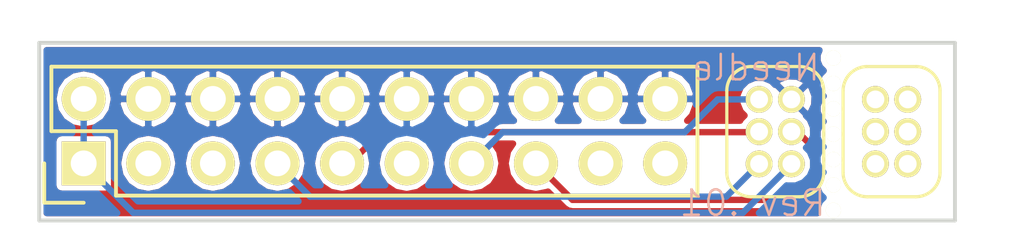
<source format=kicad_pcb>
(kicad_pcb (version 4) (host pcbnew 4.0.0-stable)

  (general
    (links 15)
    (no_connects 0)
    (area 93.924999 91.924999 122.075001 108.075001)
    (thickness 1.6)
    (drawings 6)
    (tracks 23)
    (zones 0)
    (modules 10)
    (nets 12)
  )

  (page A4)
  (layers
    (0 F.Cu signal)
    (31 B.Cu signal)
    (32 B.Adhes user)
    (33 F.Adhes user)
    (34 B.Paste user)
    (35 F.Paste user)
    (36 B.SilkS user)
    (37 F.SilkS user)
    (38 B.Mask user)
    (39 F.Mask user)
    (40 Dwgs.User user)
    (41 Cmts.User user)
    (42 Eco1.User user)
    (43 Eco2.User user)
    (44 Edge.Cuts user)
    (45 Margin user)
    (46 B.CrtYd user)
    (47 F.CrtYd user)
    (48 B.Fab user)
    (49 F.Fab user)
  )

  (setup
    (last_trace_width 0.25)
    (trace_clearance 0.2)
    (zone_clearance 0.09144)
    (zone_45_only yes)
    (trace_min 0.2)
    (segment_width 0.15)
    (edge_width 0.15)
    (via_size 0.6)
    (via_drill 0.4)
    (via_min_size 0.4)
    (via_min_drill 0.3)
    (uvia_size 0.3)
    (uvia_drill 0.1)
    (uvias_allowed no)
    (uvia_min_size 0.2)
    (uvia_min_drill 0.1)
    (pcb_text_width 0.3)
    (pcb_text_size 1.5 1.5)
    (mod_edge_width 0.15)
    (mod_text_size 1 1)
    (mod_text_width 0.15)
    (pad_size 0.6 0.6)
    (pad_drill 0.6)
    (pad_to_mask_clearance 0.2)
    (aux_axis_origin 94 108)
    (visible_elements FFFFFF7F)
    (pcbplotparams
      (layerselection 0x00030_80000001)
      (usegerberextensions false)
      (excludeedgelayer true)
      (linewidth 0.100000)
      (plotframeref false)
      (viasonmask false)
      (mode 1)
      (useauxorigin false)
      (hpglpennumber 1)
      (hpglpenspeed 20)
      (hpglpendiameter 15)
      (hpglpenoverlay 2)
      (psnegative false)
      (psa4output false)
      (plotreference true)
      (plotvalue true)
      (plotinvisibletext false)
      (padsonsilk false)
      (subtractmaskfromsilk false)
      (outputformat 1)
      (mirror false)
      (drillshape 1)
      (scaleselection 1)
      (outputdirectory ""))
  )

  (net 0 "")
  (net 1 VTREF)
  (net 2 SWDIO)
  (net 3 "#RESET")
  (net 4 SWCLK)
  (net 5 GND)
  (net 6 SWO)
  (net 7 "Net-(CON2-Pad3)")
  (net 8 "Net-(CON2-Pad5)")
  (net 9 "Net-(CON2-Pad11)")
  (net 10 "Net-(CON2-Pad17)")
  (net 11 "Net-(CON2-Pad19)")

  (net_class Default "This is the default net class."
    (clearance 0.2)
    (trace_width 0.25)
    (via_dia 0.6)
    (via_drill 0.4)
    (uvia_dia 0.3)
    (uvia_drill 0.1)
    (add_net "#RESET")
    (add_net GND)
    (add_net "Net-(CON2-Pad11)")
    (add_net "Net-(CON2-Pad17)")
    (add_net "Net-(CON2-Pad19)")
    (add_net "Net-(CON2-Pad3)")
    (add_net "Net-(CON2-Pad5)")
    (add_net SWCLK)
    (add_net SWDIO)
    (add_net SWO)
    (add_net VTREF)
  )

  (module Programmer:hole-.6mm (layer F.Cu) (tedit 5680819F) (tstamp 56808245)
    (at 125.222 107.6)
    (fp_text reference REF**71 (at 0 1.524) (layer F.SilkS) hide
      (effects (font (size 1 1) (thickness 0.15)))
    )
    (fp_text value hole-.6mm (at 0 -1.524) (layer F.Fab) hide
      (effects (font (size 1 1) (thickness 0.15)))
    )
    (pad "" np_thru_hole circle (at 0 0) (size 0.6 0.6) (drill 0.6) (layers *.Cu *.Mask F.SilkS))
  )

  (module Programmer:hole-.6mm (layer F.Cu) (tedit 5680819F) (tstamp 56808241)
    (at 125.222 106.6)
    (fp_text reference REF**61 (at 0 1.524) (layer F.SilkS) hide
      (effects (font (size 1 1) (thickness 0.15)))
    )
    (fp_text value hole-.6mm (at 0 -1.524) (layer F.Fab) hide
      (effects (font (size 1 1) (thickness 0.15)))
    )
    (pad "" np_thru_hole circle (at 0 0) (size 0.6 0.6) (drill 0.6) (layers *.Cu *.Mask F.SilkS))
  )

  (module Programmer:hole-.6mm (layer F.Cu) (tedit 5680819F) (tstamp 5680823D)
    (at 125.222 105.6)
    (fp_text reference REF**51 (at 0 1.524) (layer F.SilkS) hide
      (effects (font (size 1 1) (thickness 0.15)))
    )
    (fp_text value hole-.6mm (at 0 -1.524) (layer F.Fab) hide
      (effects (font (size 1 1) (thickness 0.15)))
    )
    (pad "" np_thru_hole circle (at 0 0) (size 0.6 0.6) (drill 0.6) (layers *.Cu *.Mask F.SilkS))
  )

  (module Programmer:hole-.6mm (layer F.Cu) (tedit 5680819F) (tstamp 56808239)
    (at 125.222 104.6)
    (fp_text reference REF**41 (at 0 1.524) (layer F.SilkS) hide
      (effects (font (size 1 1) (thickness 0.15)))
    )
    (fp_text value hole-.6mm (at 0 -1.524) (layer F.Fab) hide
      (effects (font (size 1 1) (thickness 0.15)))
    )
    (pad "" np_thru_hole circle (at 0 0) (size 0.6 0.6) (drill 0.6) (layers *.Cu *.Mask F.SilkS))
  )

  (module Programmer:hole-.6mm (layer F.Cu) (tedit 5680819F) (tstamp 56808235)
    (at 125.222 103.6)
    (fp_text reference REF**31 (at 0 1.524) (layer F.SilkS) hide
      (effects (font (size 1 1) (thickness 0.15)))
    )
    (fp_text value hole-.6mm (at 0 -1.524) (layer F.Fab) hide
      (effects (font (size 1 1) (thickness 0.15)))
    )
    (pad "" np_thru_hole circle (at 0 0) (size 0.6 0.6) (drill 0.6) (layers *.Cu *.Mask F.SilkS))
  )

  (module Programmer:hole-.6mm (layer F.Cu) (tedit 5680819F) (tstamp 56808231)
    (at 125.222 102.6)
    (fp_text reference REF**21 (at 0 1.524) (layer F.SilkS) hide
      (effects (font (size 1 1) (thickness 0.15)))
    )
    (fp_text value hole-.6mm (at 0 -1.524) (layer F.Fab) hide
      (effects (font (size 1 1) (thickness 0.15)))
    )
    (pad "" np_thru_hole circle (at 0 0) (size 0.6 0.6) (drill 0.6) (layers *.Cu *.Mask F.SilkS))
  )

  (module Pin_Headers:Pin_Header_Straight_2x10 (layer F.Cu) (tedit 56808E81) (tstamp 567F5417)
    (at 95.746 105.75 90)
    (descr "Through hole pin header")
    (tags "pin header")
    (path /567EEC3B)
    (fp_text reference CON2 (at 0 -5.1 90) (layer F.SilkS) hide
      (effects (font (size 1 1) (thickness 0.15)))
    )
    (fp_text value ARM-JTAG-20 (at 0 -3.1 90) (layer F.Fab) hide
      (effects (font (size 1 1) (thickness 0.15)))
    )
    (fp_line (start -1.75 -1.75) (end -1.75 24.65) (layer F.CrtYd) (width 0.05))
    (fp_line (start 4.3 -1.75) (end 4.3 24.65) (layer F.CrtYd) (width 0.05))
    (fp_line (start -1.75 -1.75) (end 4.3 -1.75) (layer F.CrtYd) (width 0.05))
    (fp_line (start -1.75 24.65) (end 4.3 24.65) (layer F.CrtYd) (width 0.05))
    (fp_line (start 3.81 24.13) (end 3.81 -1.27) (layer F.SilkS) (width 0.15))
    (fp_line (start -1.27 1.27) (end -1.27 24.13) (layer F.SilkS) (width 0.15))
    (fp_line (start 3.81 24.13) (end -1.27 24.13) (layer F.SilkS) (width 0.15))
    (fp_line (start 3.81 -1.27) (end 1.27 -1.27) (layer F.SilkS) (width 0.15))
    (fp_line (start 0 -1.55) (end -1.55 -1.55) (layer F.SilkS) (width 0.15))
    (fp_line (start 1.27 -1.27) (end 1.27 1.27) (layer F.SilkS) (width 0.15))
    (fp_line (start 1.27 1.27) (end -1.27 1.27) (layer F.SilkS) (width 0.15))
    (fp_line (start -1.55 -1.55) (end -1.55 0) (layer F.SilkS) (width 0.15))
    (pad 1 thru_hole rect (at 0 0 90) (size 1.7272 1.7272) (drill 1.016) (layers *.Cu *.Mask F.SilkS)
      (net 1 VTREF))
    (pad 2 thru_hole oval (at 2.54 0 90) (size 1.7272 1.7272) (drill 1.016) (layers *.Cu *.Mask F.SilkS)
      (net 1 VTREF))
    (pad 3 thru_hole oval (at 0 2.54 90) (size 1.7272 1.7272) (drill 1.016) (layers *.Cu *.Mask F.SilkS)
      (net 7 "Net-(CON2-Pad3)"))
    (pad 4 thru_hole oval (at 2.54 2.54 90) (size 1.7272 1.7272) (drill 1.016) (layers *.Cu *.Mask F.SilkS)
      (net 5 GND))
    (pad 5 thru_hole oval (at 0 5.08 90) (size 1.7272 1.7272) (drill 1.016) (layers *.Cu *.Mask F.SilkS)
      (net 8 "Net-(CON2-Pad5)"))
    (pad 6 thru_hole oval (at 2.54 5.08 90) (size 1.7272 1.7272) (drill 1.016) (layers *.Cu *.Mask F.SilkS)
      (net 5 GND))
    (pad 7 thru_hole oval (at 0 7.62 90) (size 1.7272 1.7272) (drill 1.016) (layers *.Cu *.Mask F.SilkS)
      (net 2 SWDIO))
    (pad 8 thru_hole oval (at 2.54 7.62 90) (size 1.7272 1.7272) (drill 1.016) (layers *.Cu *.Mask F.SilkS)
      (net 5 GND))
    (pad 9 thru_hole oval (at 0 10.16 90) (size 1.7272 1.7272) (drill 1.016) (layers *.Cu *.Mask F.SilkS)
      (net 4 SWCLK))
    (pad 10 thru_hole oval (at 2.54 10.16 90) (size 1.7272 1.7272) (drill 1.016) (layers *.Cu *.Mask F.SilkS)
      (net 5 GND))
    (pad 11 thru_hole oval (at 0 12.7 90) (size 1.7272 1.7272) (drill 1.016) (layers *.Cu *.Mask F.SilkS)
      (net 9 "Net-(CON2-Pad11)"))
    (pad 12 thru_hole oval (at 2.54 12.7 90) (size 1.7272 1.7272) (drill 1.016) (layers *.Cu *.Mask F.SilkS)
      (net 5 GND))
    (pad 13 thru_hole oval (at 0 15.24 90) (size 1.7272 1.7272) (drill 1.016) (layers *.Cu *.Mask F.SilkS)
      (net 6 SWO))
    (pad 14 thru_hole oval (at 2.54 15.24 90) (size 1.7272 1.7272) (drill 1.016) (layers *.Cu *.Mask F.SilkS)
      (net 5 GND))
    (pad 15 thru_hole oval (at 0 17.78 90) (size 1.7272 1.7272) (drill 1.016) (layers *.Cu *.Mask F.SilkS)
      (net 3 "#RESET"))
    (pad 16 thru_hole oval (at 2.54 17.78 90) (size 1.7272 1.7272) (drill 1.016) (layers *.Cu *.Mask F.SilkS)
      (net 5 GND))
    (pad 17 thru_hole oval (at 0 20.32 90) (size 1.7272 1.7272) (drill 1.016) (layers *.Cu *.Mask F.SilkS)
      (net 10 "Net-(CON2-Pad17)"))
    (pad 18 thru_hole oval (at 2.54 20.32 90) (size 1.7272 1.7272) (drill 1.016) (layers *.Cu *.Mask F.SilkS)
      (net 5 GND))
    (pad 19 thru_hole oval (at 0 22.86 90) (size 1.7272 1.7272) (drill 1.016) (layers *.Cu *.Mask F.SilkS)
      (net 11 "Net-(CON2-Pad19)"))
    (pad 20 thru_hole oval (at 2.54 22.86 90) (size 1.7272 1.7272) (drill 1.016) (layers *.Cu *.Mask F.SilkS)
      (net 5 GND))
    (model Pin_Headers.3dshapes/Pin_Header_Straight_2x10.wrl
      (at (xyz 0.05 -0.45 0))
      (scale (xyz 1 1 1))
      (rotate (xyz 0 0 90))
    )
  )

  (module Programmer:ctx-pogo-pth-.7mm (layer F.Cu) (tedit 56808E93) (tstamp 56803E9A)
    (at 122.936 104.5 90)
    (descr https://www.segger.com/cms/admin/uploads/userfiles/file/J-Link/6pinAdapter/J-Link_6-pin_Adapter.pdf)
    (tags "arm, needle, tag, connect")
    (path /567C380D)
    (clearance 0.2)
    (fp_text reference CON1 (at 0 3.048 90) (layer F.SilkS) hide
      (effects (font (size 1 1) (thickness 0.15)))
    )
    (fp_text value ARM-JTAG-NEEDLE-6 (at 0 -4.064 90) (layer F.Fab) hide
      (effects (font (size 1 1) (thickness 0.15)))
    )
    (fp_arc (start -1.6125 0.9525) (end -1.6125 1.905) (angle 90) (layer F.SilkS) (width 0.127))
    (fp_arc (start -1.6125 -0.9525) (end -2.565 -0.9525) (angle 90) (layer F.SilkS) (width 0.127))
    (fp_line (start -2.565 0.9525) (end -2.565 -0.9525) (layer F.SilkS) (width 0.127))
    (fp_line (start 1.6125 1.905) (end -1.6125 1.905) (layer F.SilkS) (width 0.127))
    (fp_line (start 1.6125 -1.905) (end -1.6125 -1.905) (layer F.SilkS) (width 0.127))
    (fp_line (start 2.565 -0.9525) (end 2.565 0.9525) (layer F.SilkS) (width 0.127))
    (fp_arc (start 1.6125 0.9525) (end 2.565 0.9525) (angle 90) (layer F.SilkS) (width 0.127))
    (fp_arc (start 1.6125 -0.9525) (end 1.6125 -1.905) (angle 90) (layer F.SilkS) (width 0.127))
    (pad 1 thru_hole circle (at -1.27 0.635 90) (size 1.0556 1.0556) (drill 0.7) (layers *.Cu *.Mask F.SilkS)
      (net 1 VTREF))
    (pad 2 thru_hole circle (at -1.27 -0.635 90) (size 1.0556 1.0556) (drill 0.7) (layers *.Cu *.Mask F.SilkS)
      (net 2 SWDIO))
    (pad 3 thru_hole circle (at 0 0.635 90) (size 1.0556 1.0556) (drill 0.7) (layers *.Cu *.Mask F.SilkS)
      (net 3 "#RESET"))
    (pad 4 thru_hole circle (at 0 -0.635 90) (size 1.0556 1.0556) (drill 0.7) (layers *.Cu *.Mask F.SilkS)
      (net 4 SWCLK))
    (pad 5 thru_hole circle (at 1.27 0.635 90) (size 1.0556 1.0556) (drill 0.7) (layers *.Cu *.Mask F.SilkS)
      (net 5 GND))
    (pad 6 thru_hole circle (at 1.27 -0.635 90) (size 1.0556 1.0556) (drill 0.7) (layers *.Cu *.Mask F.SilkS)
      (net 6 SWO))
  )

  (module Programmer:ctx-pogo-pth-.7mm (layer F.Cu) (tedit 56808E84) (tstamp 56803FF2)
    (at 127.508 104.5 90)
    (descr https://www.segger.com/cms/admin/uploads/userfiles/file/J-Link/6pinAdapter/J-Link_6-pin_Adapter.pdf)
    (tags "arm, needle, tag, connect")
    (clearance 0.2)
    (fp_text reference REF** (at 0 3.048 90) (layer F.SilkS) hide
      (effects (font (size 1 1) (thickness 0.15)))
    )
    (fp_text value ctx-pogo-pth-.7mm (at 0 -4.064 90) (layer F.Fab) hide
      (effects (font (size 1 1) (thickness 0.15)))
    )
    (fp_arc (start -1.6125 0.9525) (end -1.6125 1.905) (angle 90) (layer F.SilkS) (width 0.127))
    (fp_arc (start -1.6125 -0.9525) (end -2.565 -0.9525) (angle 90) (layer F.SilkS) (width 0.127))
    (fp_line (start -2.565 0.9525) (end -2.565 -0.9525) (layer F.SilkS) (width 0.127))
    (fp_line (start 1.6125 1.905) (end -1.6125 1.905) (layer F.SilkS) (width 0.127))
    (fp_line (start 1.6125 -1.905) (end -1.6125 -1.905) (layer F.SilkS) (width 0.127))
    (fp_line (start 2.565 -0.9525) (end 2.565 0.9525) (layer F.SilkS) (width 0.127))
    (fp_arc (start 1.6125 0.9525) (end 2.565 0.9525) (angle 90) (layer F.SilkS) (width 0.127))
    (fp_arc (start 1.6125 -0.9525) (end 1.6125 -1.905) (angle 90) (layer F.SilkS) (width 0.127))
    (pad 1 thru_hole circle (at -1.27 0.635 90) (size 1.0556 1.0556) (drill 0.7) (layers *.Cu *.Mask F.SilkS))
    (pad 2 thru_hole circle (at -1.27 -0.635 90) (size 1.0556 1.0556) (drill 0.7) (layers *.Cu *.Mask F.SilkS))
    (pad 3 thru_hole circle (at 0 0.635 90) (size 1.0556 1.0556) (drill 0.7) (layers *.Cu *.Mask F.SilkS))
    (pad 4 thru_hole circle (at 0 -0.635 90) (size 1.0556 1.0556) (drill 0.7) (layers *.Cu *.Mask F.SilkS))
    (pad 5 thru_hole circle (at 1.27 0.635 90) (size 1.0556 1.0556) (drill 0.7) (layers *.Cu *.Mask F.SilkS))
    (pad 6 thru_hole circle (at 1.27 -0.635 90) (size 1.0556 1.0556) (drill 0.7) (layers *.Cu *.Mask F.SilkS))
  )

  (module Programmer:hole-.6mm (layer F.Cu) (tedit 5680819F) (tstamp 568081B0)
    (at 125.222 101.6)
    (fp_text reference REF**11 (at 0 1.524) (layer F.SilkS) hide
      (effects (font (size 1 1) (thickness 0.15)))
    )
    (fp_text value hole-.6mm (at 0 -1.524) (layer F.Fab) hide
      (effects (font (size 1 1) (thickness 0.15)))
    )
    (pad "" np_thru_hole circle (at 0 0) (size 0.6 0.6) (drill 0.6) (layers *.Cu *.Mask F.SilkS))
  )

  (gr_text "Rev .01" (at 122.047 107.315) (layer B.SilkS)
    (effects (font (size 1 1) (thickness 0.1)) (justify mirror))
  )
  (gr_text Needle (at 122.174 101.981) (layer B.SilkS)
    (effects (font (size 1 1) (thickness 0.1)) (justify mirror))
  )
  (gr_line (start 130 101) (end 94 101) (angle 90) (layer Edge.Cuts) (width 0.15))
  (gr_line (start 130 108) (end 130 101) (angle 90) (layer Edge.Cuts) (width 0.15))
  (gr_line (start 94 108) (end 130 108) (angle 90) (layer Edge.Cuts) (width 0.15))
  (gr_line (start 94 101) (end 94 108) (angle 90) (layer Edge.Cuts) (width 0.15))

  (segment (start 123.571 105.77) (end 123.571 105.791) (width 0.25) (layer B.Cu) (net 1))
  (segment (start 123.571 105.791) (end 121.666 107.696) (width 0.25) (layer B.Cu) (net 1) (tstamp 56807857))
  (segment (start 121.666 107.696) (end 97.692 107.696) (width 0.25) (layer B.Cu) (net 1) (tstamp 56807858))
  (segment (start 97.692 107.696) (end 95.746 105.75) (width 0.25) (layer B.Cu) (net 1) (tstamp 5680785A))
  (segment (start 95.746 105.75) (end 95.746 103.21) (width 0.25) (layer B.Cu) (net 1) (tstamp 5680785C))
  (segment (start 103.366 105.75) (end 103.366 105.779) (width 0.25) (layer B.Cu) (net 2))
  (segment (start 103.366 105.779) (end 104.648 107.061) (width 0.25) (layer B.Cu) (net 2) (tstamp 56807850))
  (segment (start 104.648 107.061) (end 121.01 107.061) (width 0.25) (layer B.Cu) (net 2) (tstamp 56807851))
  (segment (start 121.01 107.061) (end 122.301 105.77) (width 0.25) (layer B.Cu) (net 2) (tstamp 56807853))
  (segment (start 123.571 104.5) (end 123.804 104.5) (width 0.25) (layer F.Cu) (net 3))
  (segment (start 123.804 104.5) (end 124.587 105.283) (width 0.25) (layer F.Cu) (net 3) (tstamp 5680786C))
  (segment (start 124.587 105.283) (end 124.587 106.807) (width 0.25) (layer F.Cu) (net 3) (tstamp 5680786D))
  (segment (start 124.587 106.807) (end 124.206 107.188) (width 0.25) (layer F.Cu) (net 3) (tstamp 5680786E))
  (segment (start 124.206 107.188) (end 114.964 107.188) (width 0.25) (layer F.Cu) (net 3) (tstamp 5680786F))
  (segment (start 114.964 107.188) (end 113.526 105.75) (width 0.25) (layer F.Cu) (net 3) (tstamp 56807870))
  (segment (start 105.906 105.75) (end 106.213 105.75) (width 0.25) (layer F.Cu) (net 4))
  (segment (start 106.213 105.75) (end 107.442 104.521) (width 0.25) (layer F.Cu) (net 4) (tstamp 56807866))
  (segment (start 107.442 104.521) (end 122.28 104.521) (width 0.25) (layer F.Cu) (net 4) (tstamp 56807867))
  (segment (start 122.28 104.521) (end 122.301 104.5) (width 0.25) (layer F.Cu) (net 4) (tstamp 56807869))
  (segment (start 122.301 103.23) (end 120.671 103.23) (width 0.25) (layer B.Cu) (net 6))
  (segment (start 112.215 104.521) (end 110.986 105.75) (width 0.25) (layer B.Cu) (net 6) (tstamp 5680784A))
  (segment (start 119.38 104.521) (end 112.215 104.521) (width 0.25) (layer B.Cu) (net 6) (tstamp 56807848))
  (segment (start 120.671 103.23) (end 119.38 104.521) (width 0.25) (layer B.Cu) (net 6) (tstamp 56807846))

  (zone (net 5) (net_name GND) (layer F.Cu) (tstamp 56807860) (hatch edge 0.508)
    (connect_pads (clearance 0.09144))
    (min_thickness 0.254)
    (fill yes (arc_segments 16) (thermal_gap 0.254) (thermal_bridge_width 0.255))
    (polygon
      (pts
        (xy 132.715 109.093) (xy 92.456 108.966) (xy 92.456 99.441) (xy 132.715 99.314) (xy 132.715 109.093)
      )
    )
    (filled_polygon
      (pts
        (xy 124.595109 101.474735) (xy 124.594891 101.724171) (xy 124.690145 101.954703) (xy 124.835287 102.100099) (xy 124.690765 102.244369)
        (xy 124.595109 102.474735) (xy 124.594891 102.724171) (xy 124.690145 102.954703) (xy 124.835287 103.100099) (xy 124.690765 103.244369)
        (xy 124.595109 103.474735) (xy 124.594891 103.724171) (xy 124.690145 103.954703) (xy 124.835287 104.100099) (xy 124.690765 104.244369)
        (xy 124.595109 104.474735) (xy 124.594954 104.65173) (xy 124.425816 104.482592) (xy 124.425949 104.330716) (xy 124.296087 104.016427)
        (xy 124.145761 103.865838) (xy 124.158502 103.81821) (xy 123.571 103.230707) (xy 123.556858 103.24485) (xy 123.556151 103.244143)
        (xy 123.570293 103.23) (xy 123.571707 103.23) (xy 124.15921 103.817502) (xy 124.320933 103.77424) (xy 124.472119 103.445825)
        (xy 124.486119 103.084553) (xy 124.360799 102.745424) (xy 124.320933 102.68576) (xy 124.15921 102.642498) (xy 123.571707 103.23)
        (xy 123.570293 103.23) (xy 122.98279 102.642498) (xy 122.93508 102.655261) (xy 122.921633 102.64179) (xy 122.983498 102.64179)
        (xy 123.571 103.229293) (xy 124.158502 102.64179) (xy 124.11524 102.480067) (xy 123.786825 102.328881) (xy 123.425553 102.314881)
        (xy 123.086424 102.440201) (xy 123.02676 102.480067) (xy 122.983498 102.64179) (xy 122.921633 102.64179) (xy 122.785838 102.505758)
        (xy 122.471776 102.375348) (xy 122.131716 102.375051) (xy 121.817427 102.504913) (xy 121.576758 102.745162) (xy 121.446348 103.059224)
        (xy 121.446051 103.399284) (xy 121.575913 103.713573) (xy 121.727129 103.865053) (xy 121.576758 104.015162) (xy 121.554402 104.069)
        (xy 119.474255 104.069) (xy 119.666935 103.860728) (xy 119.835199 103.405192) (xy 119.75535 103.2105) (xy 118.6065 103.2105)
        (xy 118.6065 103.2305) (xy 118.6055 103.2305) (xy 118.6055 103.2105) (xy 117.45665 103.2105) (xy 117.376801 103.405192)
        (xy 117.545065 103.860728) (xy 117.737745 104.069) (xy 116.934255 104.069) (xy 117.126935 103.860728) (xy 117.295199 103.405192)
        (xy 117.21535 103.2105) (xy 116.0665 103.2105) (xy 116.0665 103.2305) (xy 116.0655 103.2305) (xy 116.0655 103.2105)
        (xy 114.91665 103.2105) (xy 114.836801 103.405192) (xy 115.005065 103.860728) (xy 115.197745 104.069) (xy 114.394255 104.069)
        (xy 114.586935 103.860728) (xy 114.755199 103.405192) (xy 114.67535 103.2105) (xy 113.5265 103.2105) (xy 113.5265 103.2305)
        (xy 113.5255 103.2305) (xy 113.5255 103.2105) (xy 112.37665 103.2105) (xy 112.296801 103.405192) (xy 112.465065 103.860728)
        (xy 112.657745 104.069) (xy 111.854255 104.069) (xy 112.046935 103.860728) (xy 112.215199 103.405192) (xy 112.13535 103.2105)
        (xy 110.9865 103.2105) (xy 110.9865 103.2305) (xy 110.9855 103.2305) (xy 110.9855 103.2105) (xy 109.83665 103.2105)
        (xy 109.756801 103.405192) (xy 109.925065 103.860728) (xy 110.117745 104.069) (xy 109.314255 104.069) (xy 109.506935 103.860728)
        (xy 109.675199 103.405192) (xy 109.59535 103.2105) (xy 108.4465 103.2105) (xy 108.4465 103.2305) (xy 108.4455 103.2305)
        (xy 108.4455 103.2105) (xy 107.29665 103.2105) (xy 107.216801 103.405192) (xy 107.385065 103.860728) (xy 107.577745 104.069)
        (xy 107.442 104.069) (xy 107.269027 104.103406) (xy 107.122387 104.201388) (xy 106.562709 104.761066) (xy 106.361623 104.626704)
        (xy 105.906 104.536075) (xy 105.450377 104.626704) (xy 105.064119 104.884794) (xy 104.806029 105.271052) (xy 104.7154 105.726675)
        (xy 104.7154 105.773325) (xy 104.806029 106.228948) (xy 105.064119 106.615206) (xy 105.450377 106.873296) (xy 105.906 106.963925)
        (xy 106.361623 106.873296) (xy 106.747881 106.615206) (xy 107.005971 106.228948) (xy 107.0966 105.773325) (xy 107.0966 105.726675)
        (xy 107.059925 105.542299) (xy 107.375945 105.22628) (xy 107.346029 105.271052) (xy 107.2554 105.726675) (xy 107.2554 105.773325)
        (xy 107.346029 106.228948) (xy 107.604119 106.615206) (xy 107.990377 106.873296) (xy 108.446 106.963925) (xy 108.901623 106.873296)
        (xy 109.287881 106.615206) (xy 109.545971 106.228948) (xy 109.6366 105.773325) (xy 109.6366 105.726675) (xy 109.545971 105.271052)
        (xy 109.346819 104.973) (xy 110.085181 104.973) (xy 109.886029 105.271052) (xy 109.7954 105.726675) (xy 109.7954 105.773325)
        (xy 109.886029 106.228948) (xy 110.144119 106.615206) (xy 110.530377 106.873296) (xy 110.986 106.963925) (xy 111.441623 106.873296)
        (xy 111.827881 106.615206) (xy 112.085971 106.228948) (xy 112.1766 105.773325) (xy 112.1766 105.726675) (xy 112.085971 105.271052)
        (xy 111.886819 104.973) (xy 112.625181 104.973) (xy 112.426029 105.271052) (xy 112.3354 105.726675) (xy 112.3354 105.773325)
        (xy 112.426029 106.228948) (xy 112.684119 106.615206) (xy 113.070377 106.873296) (xy 113.526 106.963925) (xy 113.981623 106.873296)
        (xy 113.998677 106.861901) (xy 114.644388 107.507612) (xy 114.791027 107.605594) (xy 114.964 107.64) (xy 124.206 107.64)
        (xy 124.378973 107.605594) (xy 124.525612 107.507612) (xy 124.621112 107.412112) (xy 124.595109 107.474735) (xy 124.594906 107.70656)
        (xy 94.29344 107.70656) (xy 94.29344 104.8864) (xy 94.548994 104.8864) (xy 94.548994 106.6136) (xy 94.571795 106.734779)
        (xy 94.643412 106.846074) (xy 94.752686 106.920738) (xy 94.8824 106.947006) (xy 96.6096 106.947006) (xy 96.730779 106.924205)
        (xy 96.842074 106.852588) (xy 96.916738 106.743314) (xy 96.943006 106.6136) (xy 96.943006 105.726675) (xy 97.0954 105.726675)
        (xy 97.0954 105.773325) (xy 97.186029 106.228948) (xy 97.444119 106.615206) (xy 97.830377 106.873296) (xy 98.286 106.963925)
        (xy 98.741623 106.873296) (xy 99.127881 106.615206) (xy 99.385971 106.228948) (xy 99.4766 105.773325) (xy 99.4766 105.726675)
        (xy 99.6354 105.726675) (xy 99.6354 105.773325) (xy 99.726029 106.228948) (xy 99.984119 106.615206) (xy 100.370377 106.873296)
        (xy 100.826 106.963925) (xy 101.281623 106.873296) (xy 101.667881 106.615206) (xy 101.925971 106.228948) (xy 102.0166 105.773325)
        (xy 102.0166 105.726675) (xy 102.1754 105.726675) (xy 102.1754 105.773325) (xy 102.266029 106.228948) (xy 102.524119 106.615206)
        (xy 102.910377 106.873296) (xy 103.366 106.963925) (xy 103.821623 106.873296) (xy 104.207881 106.615206) (xy 104.465971 106.228948)
        (xy 104.5566 105.773325) (xy 104.5566 105.726675) (xy 104.465971 105.271052) (xy 104.207881 104.884794) (xy 103.821623 104.626704)
        (xy 103.366 104.536075) (xy 102.910377 104.626704) (xy 102.524119 104.884794) (xy 102.266029 105.271052) (xy 102.1754 105.726675)
        (xy 102.0166 105.726675) (xy 101.925971 105.271052) (xy 101.667881 104.884794) (xy 101.281623 104.626704) (xy 100.826 104.536075)
        (xy 100.370377 104.626704) (xy 99.984119 104.884794) (xy 99.726029 105.271052) (xy 99.6354 105.726675) (xy 99.4766 105.726675)
        (xy 99.385971 105.271052) (xy 99.127881 104.884794) (xy 98.741623 104.626704) (xy 98.286 104.536075) (xy 97.830377 104.626704)
        (xy 97.444119 104.884794) (xy 97.186029 105.271052) (xy 97.0954 105.726675) (xy 96.943006 105.726675) (xy 96.943006 104.8864)
        (xy 96.920205 104.765221) (xy 96.848588 104.653926) (xy 96.739314 104.579262) (xy 96.6096 104.552994) (xy 94.8824 104.552994)
        (xy 94.761221 104.575795) (xy 94.649926 104.647412) (xy 94.575262 104.756686) (xy 94.548994 104.8864) (xy 94.29344 104.8864)
        (xy 94.29344 103.186675) (xy 94.5554 103.186675) (xy 94.5554 103.233325) (xy 94.646029 103.688948) (xy 94.904119 104.075206)
        (xy 95.290377 104.333296) (xy 95.746 104.423925) (xy 96.201623 104.333296) (xy 96.587881 104.075206) (xy 96.845971 103.688948)
        (xy 96.902413 103.405192) (xy 97.056801 103.405192) (xy 97.225065 103.860728) (xy 97.554847 104.217197) (xy 97.99594 104.420329)
        (xy 98.090808 104.439199) (xy 98.2855 104.35935) (xy 98.2855 103.2105) (xy 98.2865 103.2105) (xy 98.2865 104.35935)
        (xy 98.481192 104.439199) (xy 98.57606 104.420329) (xy 99.017153 104.217197) (xy 99.346935 103.860728) (xy 99.515199 103.405192)
        (xy 99.596801 103.405192) (xy 99.765065 103.860728) (xy 100.094847 104.217197) (xy 100.53594 104.420329) (xy 100.630808 104.439199)
        (xy 100.8255 104.35935) (xy 100.8255 103.2105) (xy 100.8265 103.2105) (xy 100.8265 104.35935) (xy 101.021192 104.439199)
        (xy 101.11606 104.420329) (xy 101.557153 104.217197) (xy 101.886935 103.860728) (xy 102.055199 103.405192) (xy 102.136801 103.405192)
        (xy 102.305065 103.860728) (xy 102.634847 104.217197) (xy 103.07594 104.420329) (xy 103.170808 104.439199) (xy 103.3655 104.35935)
        (xy 103.3655 103.2105) (xy 103.3665 103.2105) (xy 103.3665 104.35935) (xy 103.561192 104.439199) (xy 103.65606 104.420329)
        (xy 104.097153 104.217197) (xy 104.426935 103.860728) (xy 104.595199 103.405192) (xy 104.676801 103.405192) (xy 104.845065 103.860728)
        (xy 105.174847 104.217197) (xy 105.61594 104.420329) (xy 105.710808 104.439199) (xy 105.9055 104.35935) (xy 105.9055 103.2105)
        (xy 105.9065 103.2105) (xy 105.9065 104.35935) (xy 106.101192 104.439199) (xy 106.19606 104.420329) (xy 106.637153 104.217197)
        (xy 106.966935 103.860728) (xy 107.135199 103.405192) (xy 107.05535 103.2105) (xy 105.9065 103.2105) (xy 105.9055 103.2105)
        (xy 104.75665 103.2105) (xy 104.676801 103.405192) (xy 104.595199 103.405192) (xy 104.51535 103.2105) (xy 103.3665 103.2105)
        (xy 103.3655 103.2105) (xy 102.21665 103.2105) (xy 102.136801 103.405192) (xy 102.055199 103.405192) (xy 101.97535 103.2105)
        (xy 100.8265 103.2105) (xy 100.8255 103.2105) (xy 99.67665 103.2105) (xy 99.596801 103.405192) (xy 99.515199 103.405192)
        (xy 99.43535 103.2105) (xy 98.2865 103.2105) (xy 98.2855 103.2105) (xy 97.13665 103.2105) (xy 97.056801 103.405192)
        (xy 96.902413 103.405192) (xy 96.9366 103.233325) (xy 96.9366 103.186675) (xy 96.902414 103.014808) (xy 97.056801 103.014808)
        (xy 97.13665 103.2095) (xy 98.2855 103.2095) (xy 98.2855 102.06065) (xy 98.2865 102.06065) (xy 98.2865 103.2095)
        (xy 99.43535 103.2095) (xy 99.515199 103.014808) (xy 99.596801 103.014808) (xy 99.67665 103.2095) (xy 100.8255 103.2095)
        (xy 100.8255 102.06065) (xy 100.8265 102.06065) (xy 100.8265 103.2095) (xy 101.97535 103.2095) (xy 102.055199 103.014808)
        (xy 102.136801 103.014808) (xy 102.21665 103.2095) (xy 103.3655 103.2095) (xy 103.3655 102.06065) (xy 103.3665 102.06065)
        (xy 103.3665 103.2095) (xy 104.51535 103.2095) (xy 104.595199 103.014808) (xy 104.676801 103.014808) (xy 104.75665 103.2095)
        (xy 105.9055 103.2095) (xy 105.9055 102.06065) (xy 105.9065 102.06065) (xy 105.9065 103.2095) (xy 107.05535 103.2095)
        (xy 107.135199 103.014808) (xy 107.216801 103.014808) (xy 107.29665 103.2095) (xy 108.4455 103.2095) (xy 108.4455 102.06065)
        (xy 108.4465 102.06065) (xy 108.4465 103.2095) (xy 109.59535 103.2095) (xy 109.675199 103.014808) (xy 109.756801 103.014808)
        (xy 109.83665 103.2095) (xy 110.9855 103.2095) (xy 110.9855 102.06065) (xy 110.9865 102.06065) (xy 110.9865 103.2095)
        (xy 112.13535 103.2095) (xy 112.215199 103.014808) (xy 112.296801 103.014808) (xy 112.37665 103.2095) (xy 113.5255 103.2095)
        (xy 113.5255 102.06065) (xy 113.5265 102.06065) (xy 113.5265 103.2095) (xy 114.67535 103.2095) (xy 114.755199 103.014808)
        (xy 114.836801 103.014808) (xy 114.91665 103.2095) (xy 116.0655 103.2095) (xy 116.0655 102.06065) (xy 116.0665 102.06065)
        (xy 116.0665 103.2095) (xy 117.21535 103.2095) (xy 117.295199 103.014808) (xy 117.376801 103.014808) (xy 117.45665 103.2095)
        (xy 118.6055 103.2095) (xy 118.6055 102.06065) (xy 118.6065 102.06065) (xy 118.6065 103.2095) (xy 119.75535 103.2095)
        (xy 119.835199 103.014808) (xy 119.666935 102.559272) (xy 119.337153 102.202803) (xy 118.89606 101.999671) (xy 118.801192 101.980801)
        (xy 118.6065 102.06065) (xy 118.6055 102.06065) (xy 118.410808 101.980801) (xy 118.31594 101.999671) (xy 117.874847 102.202803)
        (xy 117.545065 102.559272) (xy 117.376801 103.014808) (xy 117.295199 103.014808) (xy 117.126935 102.559272) (xy 116.797153 102.202803)
        (xy 116.35606 101.999671) (xy 116.261192 101.980801) (xy 116.0665 102.06065) (xy 116.0655 102.06065) (xy 115.870808 101.980801)
        (xy 115.77594 101.999671) (xy 115.334847 102.202803) (xy 115.005065 102.559272) (xy 114.836801 103.014808) (xy 114.755199 103.014808)
        (xy 114.586935 102.559272) (xy 114.257153 102.202803) (xy 113.81606 101.999671) (xy 113.721192 101.980801) (xy 113.5265 102.06065)
        (xy 113.5255 102.06065) (xy 113.330808 101.980801) (xy 113.23594 101.999671) (xy 112.794847 102.202803) (xy 112.465065 102.559272)
        (xy 112.296801 103.014808) (xy 112.215199 103.014808) (xy 112.046935 102.559272) (xy 111.717153 102.202803) (xy 111.27606 101.999671)
        (xy 111.181192 101.980801) (xy 110.9865 102.06065) (xy 110.9855 102.06065) (xy 110.790808 101.980801) (xy 110.69594 101.999671)
        (xy 110.254847 102.202803) (xy 109.925065 102.559272) (xy 109.756801 103.014808) (xy 109.675199 103.014808) (xy 109.506935 102.559272)
        (xy 109.177153 102.202803) (xy 108.73606 101.999671) (xy 108.641192 101.980801) (xy 108.4465 102.06065) (xy 108.4455 102.06065)
        (xy 108.250808 101.980801) (xy 108.15594 101.999671) (xy 107.714847 102.202803) (xy 107.385065 102.559272) (xy 107.216801 103.014808)
        (xy 107.135199 103.014808) (xy 106.966935 102.559272) (xy 106.637153 102.202803) (xy 106.19606 101.999671) (xy 106.101192 101.980801)
        (xy 105.9065 102.06065) (xy 105.9055 102.06065) (xy 105.710808 101.980801) (xy 105.61594 101.999671) (xy 105.174847 102.202803)
        (xy 104.845065 102.559272) (xy 104.676801 103.014808) (xy 104.595199 103.014808) (xy 104.426935 102.559272) (xy 104.097153 102.202803)
        (xy 103.65606 101.999671) (xy 103.561192 101.980801) (xy 103.3665 102.06065) (xy 103.3655 102.06065) (xy 103.170808 101.980801)
        (xy 103.07594 101.999671) (xy 102.634847 102.202803) (xy 102.305065 102.559272) (xy 102.136801 103.014808) (xy 102.055199 103.014808)
        (xy 101.886935 102.559272) (xy 101.557153 102.202803) (xy 101.11606 101.999671) (xy 101.021192 101.980801) (xy 100.8265 102.06065)
        (xy 100.8255 102.06065) (xy 100.630808 101.980801) (xy 100.53594 101.999671) (xy 100.094847 102.202803) (xy 99.765065 102.559272)
        (xy 99.596801 103.014808) (xy 99.515199 103.014808) (xy 99.346935 102.559272) (xy 99.017153 102.202803) (xy 98.57606 101.999671)
        (xy 98.481192 101.980801) (xy 98.2865 102.06065) (xy 98.2855 102.06065) (xy 98.090808 101.980801) (xy 97.99594 101.999671)
        (xy 97.554847 102.202803) (xy 97.225065 102.559272) (xy 97.056801 103.014808) (xy 96.902414 103.014808) (xy 96.845971 102.731052)
        (xy 96.587881 102.344794) (xy 96.201623 102.086704) (xy 95.746 101.996075) (xy 95.290377 102.086704) (xy 94.904119 102.344794)
        (xy 94.646029 102.731052) (xy 94.5554 103.186675) (xy 94.29344 103.186675) (xy 94.29344 101.29344) (xy 124.670389 101.29344)
      )
    )
  )
  (zone (net 5) (net_name GND) (layer B.Cu) (tstamp 56807860) (hatch edge 0.508)
    (connect_pads (clearance 0.09144))
    (min_thickness 0.254)
    (fill yes (arc_segments 16) (thermal_gap 0.254) (thermal_bridge_width 0.255))
    (polygon
      (pts
        (xy 132.715 109.093) (xy 92.456 108.966) (xy 92.456 99.441) (xy 132.715 99.314) (xy 132.715 109.093)
      )
    )
    (filled_polygon
      (pts
        (xy 124.595109 101.474735) (xy 124.594891 101.724171) (xy 124.690145 101.954703) (xy 124.835287 102.100099) (xy 124.690765 102.244369)
        (xy 124.595109 102.474735) (xy 124.594891 102.724171) (xy 124.690145 102.954703) (xy 124.835287 103.100099) (xy 124.690765 103.244369)
        (xy 124.595109 103.474735) (xy 124.594891 103.724171) (xy 124.690145 103.954703) (xy 124.835287 104.100099) (xy 124.690765 104.244369)
        (xy 124.595109 104.474735) (xy 124.594891 104.724171) (xy 124.690145 104.954703) (xy 124.835287 105.100099) (xy 124.690765 105.244369)
        (xy 124.595109 105.474735) (xy 124.594891 105.724171) (xy 124.690145 105.954703) (xy 124.835287 106.100099) (xy 124.690765 106.244369)
        (xy 124.595109 106.474735) (xy 124.594891 106.724171) (xy 124.690145 106.954703) (xy 124.835287 107.100099) (xy 124.690765 107.244369)
        (xy 124.595109 107.474735) (xy 124.594906 107.70656) (xy 122.294664 107.70656) (xy 123.383512 106.617712) (xy 123.400224 106.624652)
        (xy 123.740284 106.624949) (xy 124.054573 106.495087) (xy 124.295242 106.254838) (xy 124.425652 105.940776) (xy 124.425949 105.600716)
        (xy 124.296087 105.286427) (xy 124.144871 105.134947) (xy 124.295242 104.984838) (xy 124.425652 104.670776) (xy 124.425949 104.330716)
        (xy 124.296087 104.016427) (xy 124.145761 103.865838) (xy 124.158502 103.81821) (xy 123.571 103.230707) (xy 123.556858 103.24485)
        (xy 123.556151 103.244143) (xy 123.570293 103.23) (xy 123.571707 103.23) (xy 124.15921 103.817502) (xy 124.320933 103.77424)
        (xy 124.472119 103.445825) (xy 124.486119 103.084553) (xy 124.360799 102.745424) (xy 124.320933 102.68576) (xy 124.15921 102.642498)
        (xy 123.571707 103.23) (xy 123.570293 103.23) (xy 122.98279 102.642498) (xy 122.93508 102.655261) (xy 122.921633 102.64179)
        (xy 122.983498 102.64179) (xy 123.571 103.229293) (xy 124.158502 102.64179) (xy 124.11524 102.480067) (xy 123.786825 102.328881)
        (xy 123.425553 102.314881) (xy 123.086424 102.440201) (xy 123.02676 102.480067) (xy 122.983498 102.64179) (xy 122.921633 102.64179)
        (xy 122.785838 102.505758) (xy 122.471776 102.375348) (xy 122.131716 102.375051) (xy 121.817427 102.504913) (xy 121.576758 102.745162)
        (xy 121.563122 102.778) (xy 120.671 102.778) (xy 120.498027 102.812406) (xy 120.351388 102.910388) (xy 119.822673 103.439103)
        (xy 119.835199 103.405192) (xy 119.75535 103.2105) (xy 118.6065 103.2105) (xy 118.6065 103.2305) (xy 118.6055 103.2305)
        (xy 118.6055 103.2105) (xy 117.45665 103.2105) (xy 117.376801 103.405192) (xy 117.545065 103.860728) (xy 117.737745 104.069)
        (xy 116.934255 104.069) (xy 117.126935 103.860728) (xy 117.295199 103.405192) (xy 117.21535 103.2105) (xy 116.0665 103.2105)
        (xy 116.0665 103.2305) (xy 116.0655 103.2305) (xy 116.0655 103.2105) (xy 114.91665 103.2105) (xy 114.836801 103.405192)
        (xy 115.005065 103.860728) (xy 115.197745 104.069) (xy 114.394255 104.069) (xy 114.586935 103.860728) (xy 114.755199 103.405192)
        (xy 114.67535 103.2105) (xy 113.5265 103.2105) (xy 113.5265 103.2305) (xy 113.5255 103.2305) (xy 113.5255 103.2105)
        (xy 112.37665 103.2105) (xy 112.296801 103.405192) (xy 112.465065 103.860728) (xy 112.657745 104.069) (xy 112.215 104.069)
        (xy 112.042027 104.103406) (xy 111.895387 104.201388) (xy 111.458677 104.638099) (xy 111.441623 104.626704) (xy 110.986 104.536075)
        (xy 110.530377 104.626704) (xy 110.144119 104.884794) (xy 109.886029 105.271052) (xy 109.7954 105.726675) (xy 109.7954 105.773325)
        (xy 109.886029 106.228948) (xy 110.139972 106.609) (xy 109.292028 106.609) (xy 109.545971 106.228948) (xy 109.6366 105.773325)
        (xy 109.6366 105.726675) (xy 109.545971 105.271052) (xy 109.287881 104.884794) (xy 108.901623 104.626704) (xy 108.446 104.536075)
        (xy 107.990377 104.626704) (xy 107.604119 104.884794) (xy 107.346029 105.271052) (xy 107.2554 105.726675) (xy 107.2554 105.773325)
        (xy 107.346029 106.228948) (xy 107.599972 106.609) (xy 106.752028 106.609) (xy 107.005971 106.228948) (xy 107.0966 105.773325)
        (xy 107.0966 105.726675) (xy 107.005971 105.271052) (xy 106.747881 104.884794) (xy 106.361623 104.626704) (xy 105.906 104.536075)
        (xy 105.450377 104.626704) (xy 105.064119 104.884794) (xy 104.806029 105.271052) (xy 104.7154 105.726675) (xy 104.7154 105.773325)
        (xy 104.806029 106.228948) (xy 105.059972 106.609) (xy 104.835224 106.609) (xy 104.461646 106.235422) (xy 104.465971 106.228948)
        (xy 104.5566 105.773325) (xy 104.5566 105.726675) (xy 104.465971 105.271052) (xy 104.207881 104.884794) (xy 103.821623 104.626704)
        (xy 103.366 104.536075) (xy 102.910377 104.626704) (xy 102.524119 104.884794) (xy 102.266029 105.271052) (xy 102.1754 105.726675)
        (xy 102.1754 105.773325) (xy 102.266029 106.228948) (xy 102.524119 106.615206) (xy 102.910377 106.873296) (xy 103.366 106.963925)
        (xy 103.821163 106.873387) (xy 104.191776 107.244) (xy 97.879225 107.244) (xy 96.943006 106.307782) (xy 96.943006 105.726675)
        (xy 97.0954 105.726675) (xy 97.0954 105.773325) (xy 97.186029 106.228948) (xy 97.444119 106.615206) (xy 97.830377 106.873296)
        (xy 98.286 106.963925) (xy 98.741623 106.873296) (xy 99.127881 106.615206) (xy 99.385971 106.228948) (xy 99.4766 105.773325)
        (xy 99.4766 105.726675) (xy 99.6354 105.726675) (xy 99.6354 105.773325) (xy 99.726029 106.228948) (xy 99.984119 106.615206)
        (xy 100.370377 106.873296) (xy 100.826 106.963925) (xy 101.281623 106.873296) (xy 101.667881 106.615206) (xy 101.925971 106.228948)
        (xy 102.0166 105.773325) (xy 102.0166 105.726675) (xy 101.925971 105.271052) (xy 101.667881 104.884794) (xy 101.281623 104.626704)
        (xy 100.826 104.536075) (xy 100.370377 104.626704) (xy 99.984119 104.884794) (xy 99.726029 105.271052) (xy 99.6354 105.726675)
        (xy 99.4766 105.726675) (xy 99.385971 105.271052) (xy 99.127881 104.884794) (xy 98.741623 104.626704) (xy 98.286 104.536075)
        (xy 97.830377 104.626704) (xy 97.444119 104.884794) (xy 97.186029 105.271052) (xy 97.0954 105.726675) (xy 96.943006 105.726675)
        (xy 96.943006 104.8864) (xy 96.920205 104.765221) (xy 96.848588 104.653926) (xy 96.739314 104.579262) (xy 96.6096 104.552994)
        (xy 96.198 104.552994) (xy 96.198 104.334017) (xy 96.201623 104.333296) (xy 96.587881 104.075206) (xy 96.845971 103.688948)
        (xy 96.902413 103.405192) (xy 97.056801 103.405192) (xy 97.225065 103.860728) (xy 97.554847 104.217197) (xy 97.99594 104.420329)
        (xy 98.090808 104.439199) (xy 98.2855 104.35935) (xy 98.2855 103.2105) (xy 98.2865 103.2105) (xy 98.2865 104.35935)
        (xy 98.481192 104.439199) (xy 98.57606 104.420329) (xy 99.017153 104.217197) (xy 99.346935 103.860728) (xy 99.515199 103.405192)
        (xy 99.596801 103.405192) (xy 99.765065 103.860728) (xy 100.094847 104.217197) (xy 100.53594 104.420329) (xy 100.630808 104.439199)
        (xy 100.8255 104.35935) (xy 100.8255 103.2105) (xy 100.8265 103.2105) (xy 100.8265 104.35935) (xy 101.021192 104.439199)
        (xy 101.11606 104.420329) (xy 101.557153 104.217197) (xy 101.886935 103.860728) (xy 102.055199 103.405192) (xy 102.136801 103.405192)
        (xy 102.305065 103.860728) (xy 102.634847 104.217197) (xy 103.07594 104.420329) (xy 103.170808 104.439199) (xy 103.3655 104.35935)
        (xy 103.3655 103.2105) (xy 103.3665 103.2105) (xy 103.3665 104.35935) (xy 103.561192 104.439199) (xy 103.65606 104.420329)
        (xy 104.097153 104.217197) (xy 104.426935 103.860728) (xy 104.595199 103.405192) (xy 104.676801 103.405192) (xy 104.845065 103.860728)
        (xy 105.174847 104.217197) (xy 105.61594 104.420329) (xy 105.710808 104.439199) (xy 105.9055 104.35935) (xy 105.9055 103.2105)
        (xy 105.9065 103.2105) (xy 105.9065 104.35935) (xy 106.101192 104.439199) (xy 106.19606 104.420329) (xy 106.637153 104.217197)
        (xy 106.966935 103.860728) (xy 107.135199 103.405192) (xy 107.216801 103.405192) (xy 107.385065 103.860728) (xy 107.714847 104.217197)
        (xy 108.15594 104.420329) (xy 108.250808 104.439199) (xy 108.4455 104.35935) (xy 108.4455 103.2105) (xy 108.4465 103.2105)
        (xy 108.4465 104.35935) (xy 108.641192 104.439199) (xy 108.73606 104.420329) (xy 109.177153 104.217197) (xy 109.506935 103.860728)
        (xy 109.675199 103.405192) (xy 109.756801 103.405192) (xy 109.925065 103.860728) (xy 110.254847 104.217197) (xy 110.69594 104.420329)
        (xy 110.790808 104.439199) (xy 110.9855 104.35935) (xy 110.9855 103.2105) (xy 110.9865 103.2105) (xy 110.9865 104.35935)
        (xy 111.181192 104.439199) (xy 111.27606 104.420329) (xy 111.717153 104.217197) (xy 112.046935 103.860728) (xy 112.215199 103.405192)
        (xy 112.13535 103.2105) (xy 110.9865 103.2105) (xy 110.9855 103.2105) (xy 109.83665 103.2105) (xy 109.756801 103.405192)
        (xy 109.675199 103.405192) (xy 109.59535 103.2105) (xy 108.4465 103.2105) (xy 108.4455 103.2105) (xy 107.29665 103.2105)
        (xy 107.216801 103.405192) (xy 107.135199 103.405192) (xy 107.05535 103.2105) (xy 105.9065 103.2105) (xy 105.9055 103.2105)
        (xy 104.75665 103.2105) (xy 104.676801 103.405192) (xy 104.595199 103.405192) (xy 104.51535 103.2105) (xy 103.3665 103.2105)
        (xy 103.3655 103.2105) (xy 102.21665 103.2105) (xy 102.136801 103.405192) (xy 102.055199 103.405192) (xy 101.97535 103.2105)
        (xy 100.8265 103.2105) (xy 100.8255 103.2105) (xy 99.67665 103.2105) (xy 99.596801 103.405192) (xy 99.515199 103.405192)
        (xy 99.43535 103.2105) (xy 98.2865 103.2105) (xy 98.2855 103.2105) (xy 97.13665 103.2105) (xy 97.056801 103.405192)
        (xy 96.902413 103.405192) (xy 96.9366 103.233325) (xy 96.9366 103.186675) (xy 96.902414 103.014808) (xy 97.056801 103.014808)
        (xy 97.13665 103.2095) (xy 98.2855 103.2095) (xy 98.2855 102.06065) (xy 98.2865 102.06065) (xy 98.2865 103.2095)
        (xy 99.43535 103.2095) (xy 99.515199 103.014808) (xy 99.596801 103.014808) (xy 99.67665 103.2095) (xy 100.8255 103.2095)
        (xy 100.8255 102.06065) (xy 100.8265 102.06065) (xy 100.8265 103.2095) (xy 101.97535 103.2095) (xy 102.055199 103.014808)
        (xy 102.136801 103.014808) (xy 102.21665 103.2095) (xy 103.3655 103.2095) (xy 103.3655 102.06065) (xy 103.3665 102.06065)
        (xy 103.3665 103.2095) (xy 104.51535 103.2095) (xy 104.595199 103.014808) (xy 104.676801 103.014808) (xy 104.75665 103.2095)
        (xy 105.9055 103.2095) (xy 105.9055 102.06065) (xy 105.9065 102.06065) (xy 105.9065 103.2095) (xy 107.05535 103.2095)
        (xy 107.135199 103.014808) (xy 107.216801 103.014808) (xy 107.29665 103.2095) (xy 108.4455 103.2095) (xy 108.4455 102.06065)
        (xy 108.4465 102.06065) (xy 108.4465 103.2095) (xy 109.59535 103.2095) (xy 109.675199 103.014808) (xy 109.756801 103.014808)
        (xy 109.83665 103.2095) (xy 110.9855 103.2095) (xy 110.9855 102.06065) (xy 110.9865 102.06065) (xy 110.9865 103.2095)
        (xy 112.13535 103.2095) (xy 112.215199 103.014808) (xy 112.296801 103.014808) (xy 112.37665 103.2095) (xy 113.5255 103.2095)
        (xy 113.5255 102.06065) (xy 113.5265 102.06065) (xy 113.5265 103.2095) (xy 114.67535 103.2095) (xy 114.755199 103.014808)
        (xy 114.836801 103.014808) (xy 114.91665 103.2095) (xy 116.0655 103.2095) (xy 116.0655 102.06065) (xy 116.0665 102.06065)
        (xy 116.0665 103.2095) (xy 117.21535 103.2095) (xy 117.295199 103.014808) (xy 117.376801 103.014808) (xy 117.45665 103.2095)
        (xy 118.6055 103.2095) (xy 118.6055 102.06065) (xy 118.6065 102.06065) (xy 118.6065 103.2095) (xy 119.75535 103.2095)
        (xy 119.835199 103.014808) (xy 119.666935 102.559272) (xy 119.337153 102.202803) (xy 118.89606 101.999671) (xy 118.801192 101.980801)
        (xy 118.6065 102.06065) (xy 118.6055 102.06065) (xy 118.410808 101.980801) (xy 118.31594 101.999671) (xy 117.874847 102.202803)
        (xy 117.545065 102.559272) (xy 117.376801 103.014808) (xy 117.295199 103.014808) (xy 117.126935 102.559272) (xy 116.797153 102.202803)
        (xy 116.35606 101.999671) (xy 116.261192 101.980801) (xy 116.0665 102.06065) (xy 116.0655 102.06065) (xy 115.870808 101.980801)
        (xy 115.77594 101.999671) (xy 115.334847 102.202803) (xy 115.005065 102.559272) (xy 114.836801 103.014808) (xy 114.755199 103.014808)
        (xy 114.586935 102.559272) (xy 114.257153 102.202803) (xy 113.81606 101.999671) (xy 113.721192 101.980801) (xy 113.5265 102.06065)
        (xy 113.5255 102.06065) (xy 113.330808 101.980801) (xy 113.23594 101.999671) (xy 112.794847 102.202803) (xy 112.465065 102.559272)
        (xy 112.296801 103.014808) (xy 112.215199 103.014808) (xy 112.046935 102.559272) (xy 111.717153 102.202803) (xy 111.27606 101.999671)
        (xy 111.181192 101.980801) (xy 110.9865 102.06065) (xy 110.9855 102.06065) (xy 110.790808 101.980801) (xy 110.69594 101.999671)
        (xy 110.254847 102.202803) (xy 109.925065 102.559272) (xy 109.756801 103.014808) (xy 109.675199 103.014808) (xy 109.506935 102.559272)
        (xy 109.177153 102.202803) (xy 108.73606 101.999671) (xy 108.641192 101.980801) (xy 108.4465 102.06065) (xy 108.4455 102.06065)
        (xy 108.250808 101.980801) (xy 108.15594 101.999671) (xy 107.714847 102.202803) (xy 107.385065 102.559272) (xy 107.216801 103.014808)
        (xy 107.135199 103.014808) (xy 106.966935 102.559272) (xy 106.637153 102.202803) (xy 106.19606 101.999671) (xy 106.101192 101.980801)
        (xy 105.9065 102.06065) (xy 105.9055 102.06065) (xy 105.710808 101.980801) (xy 105.61594 101.999671) (xy 105.174847 102.202803)
        (xy 104.845065 102.559272) (xy 104.676801 103.014808) (xy 104.595199 103.014808) (xy 104.426935 102.559272) (xy 104.097153 102.202803)
        (xy 103.65606 101.999671) (xy 103.561192 101.980801) (xy 103.3665 102.06065) (xy 103.3655 102.06065) (xy 103.170808 101.980801)
        (xy 103.07594 101.999671) (xy 102.634847 102.202803) (xy 102.305065 102.559272) (xy 102.136801 103.014808) (xy 102.055199 103.014808)
        (xy 101.886935 102.559272) (xy 101.557153 102.202803) (xy 101.11606 101.999671) (xy 101.021192 101.980801) (xy 100.8265 102.06065)
        (xy 100.8255 102.06065) (xy 100.630808 101.980801) (xy 100.53594 101.999671) (xy 100.094847 102.202803) (xy 99.765065 102.559272)
        (xy 99.596801 103.014808) (xy 99.515199 103.014808) (xy 99.346935 102.559272) (xy 99.017153 102.202803) (xy 98.57606 101.999671)
        (xy 98.481192 101.980801) (xy 98.2865 102.06065) (xy 98.2855 102.06065) (xy 98.090808 101.980801) (xy 97.99594 101.999671)
        (xy 97.554847 102.202803) (xy 97.225065 102.559272) (xy 97.056801 103.014808) (xy 96.902414 103.014808) (xy 96.845971 102.731052)
        (xy 96.587881 102.344794) (xy 96.201623 102.086704) (xy 95.746 101.996075) (xy 95.290377 102.086704) (xy 94.904119 102.344794)
        (xy 94.646029 102.731052) (xy 94.5554 103.186675) (xy 94.5554 103.233325) (xy 94.646029 103.688948) (xy 94.904119 104.075206)
        (xy 95.290377 104.333296) (xy 95.294 104.334017) (xy 95.294 104.552994) (xy 94.8824 104.552994) (xy 94.761221 104.575795)
        (xy 94.649926 104.647412) (xy 94.575262 104.756686) (xy 94.548994 104.8864) (xy 94.548994 106.6136) (xy 94.571795 106.734779)
        (xy 94.643412 106.846074) (xy 94.752686 106.920738) (xy 94.8824 106.947006) (xy 96.303782 106.947006) (xy 97.063335 107.70656)
        (xy 94.29344 107.70656) (xy 94.29344 101.29344) (xy 124.670389 101.29344)
      )
    )
  )
  (zone (net 0) (net_name "") (layer F.Cu) (tstamp 56808EF4) (hatch edge 0.508)
    (connect_pads (clearance 0.09144))
    (min_thickness 0.254)
    (keepout (tracks not_allowed) (vias not_allowed) (copperpour not_allowed))
    (fill (arc_segments 16) (thermal_gap 0.254) (thermal_bridge_width 0.255))
    (polygon
      (pts
        (xy 123.317 105.791) (xy 122.555 105.791) (xy 122.555 103.505) (xy 123.317 103.505) (xy 123.317 105.791)
      )
    )
  )
  (zone (net 0) (net_name "") (layer B.Cu) (tstamp 56808EF4) (hatch edge 0.508)
    (connect_pads (clearance 0.09144))
    (min_thickness 0.254)
    (keepout (tracks not_allowed) (vias not_allowed) (copperpour not_allowed))
    (fill (arc_segments 16) (thermal_gap 0.254) (thermal_bridge_width 0.255))
    (polygon
      (pts
        (xy 123.317 105.791) (xy 122.555 105.791) (xy 122.555 103.505) (xy 123.317 103.505) (xy 123.317 105.791)
      )
    )
  )
)

</source>
